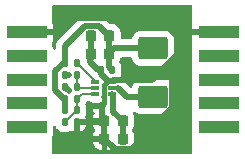
<source format=gbr>
%TF.GenerationSoftware,KiCad,Pcbnew,9.0.1*%
%TF.CreationDate,2025-04-30T15:54:22+02:00*%
%TF.ProjectId,board,626f6172-642e-46b6-9963-61645f706362,rev?*%
%TF.SameCoordinates,Original*%
%TF.FileFunction,Copper,L1,Top*%
%TF.FilePolarity,Positive*%
%FSLAX46Y46*%
G04 Gerber Fmt 4.6, Leading zero omitted, Abs format (unit mm)*
G04 Created by KiCad (PCBNEW 9.0.1) date 2025-04-30 15:54:22*
%MOMM*%
%LPD*%
G01*
G04 APERTURE LIST*
G04 Aperture macros list*
%AMRoundRect*
0 Rectangle with rounded corners*
0 $1 Rounding radius*
0 $2 $3 $4 $5 $6 $7 $8 $9 X,Y pos of 4 corners*
0 Add a 4 corners polygon primitive as box body*
4,1,4,$2,$3,$4,$5,$6,$7,$8,$9,$2,$3,0*
0 Add four circle primitives for the rounded corners*
1,1,$1+$1,$2,$3*
1,1,$1+$1,$4,$5*
1,1,$1+$1,$6,$7*
1,1,$1+$1,$8,$9*
0 Add four rect primitives between the rounded corners*
20,1,$1+$1,$2,$3,$4,$5,0*
20,1,$1+$1,$4,$5,$6,$7,0*
20,1,$1+$1,$6,$7,$8,$9,0*
20,1,$1+$1,$8,$9,$2,$3,0*%
G04 Aperture macros list end*
%TA.AperFunction,SMDPad,CuDef*%
%ADD10RoundRect,0.250000X1.000000X-0.700000X1.000000X0.700000X-1.000000X0.700000X-1.000000X-0.700000X0*%
%TD*%
%TA.AperFunction,SMDPad,CuDef*%
%ADD11RoundRect,0.140000X0.140000X0.170000X-0.140000X0.170000X-0.140000X-0.170000X0.140000X-0.170000X0*%
%TD*%
%TA.AperFunction,SMDPad,CuDef*%
%ADD12RoundRect,0.135000X0.135000X0.185000X-0.135000X0.185000X-0.135000X-0.185000X0.135000X-0.185000X0*%
%TD*%
%TA.AperFunction,SMDPad,CuDef*%
%ADD13RoundRect,0.225000X0.225000X0.250000X-0.225000X0.250000X-0.225000X-0.250000X0.225000X-0.250000X0*%
%TD*%
%TA.AperFunction,SMDPad,CuDef*%
%ADD14RoundRect,0.135000X-0.135000X-0.185000X0.135000X-0.185000X0.135000X0.185000X-0.135000X0.185000X0*%
%TD*%
%TA.AperFunction,SMDPad,CuDef*%
%ADD15R,3.500000X1.000000*%
%TD*%
%TA.AperFunction,SMDPad,CuDef*%
%ADD16RoundRect,0.087500X0.250000X0.087500X-0.250000X0.087500X-0.250000X-0.087500X0.250000X-0.087500X0*%
%TD*%
%TA.AperFunction,ViaPad*%
%ADD17C,0.500000*%
%TD*%
%TA.AperFunction,Conductor*%
%ADD18C,0.500000*%
%TD*%
%TA.AperFunction,Conductor*%
%ADD19C,0.400000*%
%TD*%
%TA.AperFunction,Conductor*%
%ADD20C,0.200000*%
%TD*%
G04 APERTURE END LIST*
D10*
%TO.P,L1,1*%
%TO.N,/buck/sw*%
X153050000Y-97960000D03*
%TO.P,L1,2*%
%TO.N,/buck/3.3V*%
X153050000Y-93860000D03*
%TD*%
D11*
%TO.P,C58,1*%
%TO.N,/buck/3.3V*%
X149600000Y-95700000D03*
%TO.P,C58,2*%
%TO.N,GND*%
X148640000Y-95700000D03*
%TD*%
D12*
%TO.P,R14,1*%
%TO.N,Net-(U7-FB)*%
X146620000Y-99100000D03*
%TO.P,R14,2*%
%TO.N,/buck/3.3V*%
X145600000Y-99100000D03*
%TD*%
D13*
%TO.P,C3,1*%
%TO.N,/buck/Vin*%
X150500000Y-100000000D03*
%TO.P,C3,2*%
%TO.N,GND*%
X148950000Y-100000000D03*
%TD*%
%TO.P,C6,1*%
%TO.N,/buck/3.3V*%
X149350000Y-94300000D03*
%TO.P,C6,2*%
%TO.N,GND*%
X147800000Y-94300000D03*
%TD*%
D14*
%TO.P,R2,1*%
%TO.N,GND*%
X145580000Y-96100000D03*
%TO.P,R2,2*%
%TO.N,/buck/EN*%
X146600000Y-96100000D03*
%TD*%
D12*
%TO.P,R13,1*%
%TO.N,Net-(U7-FB)*%
X146620000Y-98100000D03*
%TO.P,R13,2*%
%TO.N,/buck/3.3V*%
X145600000Y-98100000D03*
%TD*%
D15*
%TO.P,J1,1,GND*%
%TO.N,GND*%
X142350000Y-92500000D03*
%TO.P,J1,2,NC*%
%TO.N,unconnected-(J1-NC-Pad2)*%
X142350000Y-94500000D03*
%TO.P,J1,3,NC*%
%TO.N,unconnected-(J1-NC-Pad3)*%
X142350000Y-96500000D03*
%TO.P,J1,4,NC*%
%TO.N,unconnected-(J1-NC-Pad4)*%
X142350000Y-98500000D03*
%TO.P,J1,5,NC*%
%TO.N,unconnected-(J1-NC-Pad5)*%
X142350000Y-100500000D03*
%TD*%
D12*
%TO.P,R57,1*%
%TO.N,GND*%
X146620000Y-100100000D03*
%TO.P,R57,2*%
%TO.N,Net-(U7-FB)*%
X145600000Y-100100000D03*
%TD*%
D13*
%TO.P,C2,1*%
%TO.N,/buck/Vin*%
X150500000Y-101500000D03*
%TO.P,C2,2*%
%TO.N,GND*%
X148950000Y-101500000D03*
%TD*%
D15*
%TO.P,J2,1,GND*%
%TO.N,GND*%
X158650000Y-92500000D03*
%TO.P,J2,2,NC*%
%TO.N,unconnected-(J2-NC-Pad2)*%
X158650000Y-94500000D03*
%TO.P,J2,3,NC*%
%TO.N,unconnected-(J2-NC-Pad3)*%
X158650000Y-96500000D03*
%TO.P,J2,4,NC*%
%TO.N,unconnected-(J2-NC-Pad4)*%
X158650000Y-98500000D03*
%TO.P,J2,5,NC*%
%TO.N,unconnected-(J2-NC-Pad5)*%
X158650000Y-100500000D03*
%TD*%
D16*
%TO.P,U7,1,VIN*%
%TO.N,/buck/Vin*%
X149600000Y-97700000D03*
%TO.P,U7,2,SW*%
%TO.N,/buck/sw*%
X149600000Y-97200000D03*
%TO.P,U7,3,GND*%
%TO.N,GND*%
X149600000Y-96700000D03*
%TO.P,U7,4,PG*%
%TO.N,/buck/PG*%
X148175000Y-96700000D03*
%TO.P,U7,5,EN*%
%TO.N,/buck/EN*%
X148175000Y-97200000D03*
%TO.P,U7,6,FB*%
%TO.N,Net-(U7-FB)*%
X148175000Y-97700000D03*
%TD*%
D13*
%TO.P,C5,1*%
%TO.N,/buck/3.3V*%
X149350000Y-92800000D03*
%TO.P,C5,2*%
%TO.N,GND*%
X147800000Y-92800000D03*
%TD*%
D12*
%TO.P,R12,1*%
%TO.N,/buck/PG*%
X146620000Y-95100000D03*
%TO.P,R12,2*%
%TO.N,/buck/3.3V*%
X145600000Y-95100000D03*
%TD*%
%TO.P,R1,1*%
%TO.N,/buck/EN*%
X146620000Y-97100000D03*
%TO.P,R1,2*%
%TO.N,/buck/Vin*%
X145600000Y-97100000D03*
%TD*%
D11*
%TO.P,C4,1*%
%TO.N,/buck/Vin*%
X149700000Y-98700000D03*
%TO.P,C4,2*%
%TO.N,GND*%
X148740000Y-98700000D03*
%TD*%
D17*
%TO.N,/buck/Vin*%
X145972000Y-97422768D03*
X149700000Y-98200000D03*
%TO.N,GND*%
X144900000Y-90600000D03*
X155900000Y-102400000D03*
X151800000Y-99700000D03*
X147800000Y-93500000D03*
X147200000Y-100100000D03*
X147700000Y-100700000D03*
X148740000Y-99400000D03*
X155900000Y-99700000D03*
X148965001Y-96334999D03*
X145953000Y-96120240D03*
X156000000Y-97000000D03*
X150000000Y-90500000D03*
X149575000Y-102125000D03*
X151200000Y-96572000D03*
X147900000Y-102400000D03*
X150800000Y-92700000D03*
X152300000Y-102400000D03*
X147700000Y-95000000D03*
X144900000Y-102400000D03*
X148934500Y-98000000D03*
X156100000Y-92500000D03*
X145000000Y-92500000D03*
X150700000Y-95000000D03*
X150500000Y-96572000D03*
X154350000Y-95550000D03*
X156000000Y-90600000D03*
%TO.N,/buck/3.3V*%
X151000000Y-93860000D03*
%TD*%
D18*
%TO.N,/buck/Vin*%
X145949232Y-97400000D02*
X145972000Y-97422768D01*
X149700000Y-97853000D02*
X149600000Y-97753000D01*
X145600000Y-97100000D02*
X145900000Y-97400000D01*
X149700000Y-98200000D02*
X149700000Y-97853000D01*
X149700000Y-98700000D02*
X149700000Y-98200000D01*
X149700000Y-99200000D02*
X150500000Y-100000000D01*
X150500000Y-100000000D02*
X150500000Y-101500000D01*
X149700000Y-98700000D02*
X149700000Y-99200000D01*
X145900000Y-97400000D02*
X145949232Y-97400000D01*
%TO.N,GND*%
X148950000Y-100000000D02*
X148950000Y-101500000D01*
D19*
X148934500Y-98000000D02*
X148934500Y-96937970D01*
D18*
X145932760Y-96100000D02*
X145953000Y-96120240D01*
X149277001Y-96647000D02*
X149600000Y-96647000D01*
X148400000Y-95700000D02*
X147700000Y-95000000D01*
D19*
X148934500Y-96937970D02*
X149225470Y-96647000D01*
D18*
X158650000Y-92500000D02*
X156100000Y-92500000D01*
X155300000Y-92500000D02*
X155300000Y-94205054D01*
X148640000Y-95700000D02*
X148400000Y-95700000D01*
X148740000Y-98700000D02*
X148740000Y-99400000D01*
X147800000Y-92800000D02*
X147800000Y-93500000D01*
X148950000Y-101500000D02*
X149575000Y-102125000D01*
X148640000Y-95700000D02*
X148640000Y-96009999D01*
X154152527Y-95352527D02*
X152933054Y-96572000D01*
X147800000Y-93500000D02*
X147800000Y-94300000D01*
X147700000Y-95000000D02*
X147700000Y-94400000D01*
D19*
X149225470Y-96647000D02*
X149277001Y-96647000D01*
D18*
X149575000Y-102125000D02*
X149803000Y-102353000D01*
X148640000Y-96009999D02*
X148965001Y-96334999D01*
X149675000Y-96572000D02*
X149600000Y-96647000D01*
X154350000Y-95550000D02*
X154152527Y-95352527D01*
X145580000Y-96100000D02*
X145932760Y-96100000D01*
X155300000Y-92500000D02*
X154119000Y-91319000D01*
X148965001Y-96334999D02*
X149277001Y-96647000D01*
X147200000Y-100100000D02*
X148850000Y-100100000D01*
X154678000Y-95878000D02*
X154350000Y-95550000D01*
X148740000Y-99400000D02*
X148740000Y-99790000D01*
X151200000Y-96572000D02*
X150500000Y-96572000D01*
D19*
X148740000Y-98700000D02*
X148934500Y-98505500D01*
D18*
X148850000Y-100100000D02*
X148950000Y-100000000D01*
X154678000Y-98927054D02*
X154678000Y-95878000D01*
X146620000Y-100100000D02*
X147200000Y-100100000D01*
X142350000Y-92500000D02*
X145000000Y-92500000D01*
X155300000Y-94205054D02*
X154152527Y-95352527D01*
X147700000Y-94400000D02*
X147800000Y-94300000D01*
X156100000Y-92500000D02*
X155300000Y-92500000D01*
X152933054Y-96572000D02*
X151200000Y-96572000D01*
X151252054Y-102353000D02*
X154678000Y-98927054D01*
X146181000Y-91319000D02*
X145000000Y-92500000D01*
X148740000Y-99790000D02*
X148950000Y-100000000D01*
X150500000Y-96572000D02*
X149675000Y-96572000D01*
D19*
X148934500Y-98505500D02*
X148934500Y-98000000D01*
D18*
X149803000Y-102353000D02*
X151252054Y-102353000D01*
X154119000Y-91319000D02*
X146181000Y-91319000D01*
%TO.N,/buck/3.3V*%
X145600000Y-98100000D02*
X145550768Y-98100000D01*
X148497000Y-91947000D02*
X149350000Y-92800000D01*
X153050000Y-93860000D02*
X151000000Y-93860000D01*
X151000000Y-93860000D02*
X149790000Y-93860000D01*
X149350000Y-94300000D02*
X149350000Y-95450000D01*
X147318994Y-91947000D02*
X148497000Y-91947000D01*
X149350000Y-95450000D02*
X149600000Y-95700000D01*
X149790000Y-93860000D02*
X149350000Y-94300000D01*
X145600000Y-95100000D02*
X145600000Y-93665994D01*
X145550768Y-98100000D02*
X144800000Y-97349232D01*
X149350000Y-92800000D02*
X149350000Y-94300000D01*
X144800000Y-97349232D02*
X144800000Y-95800000D01*
X145600000Y-93665994D02*
X147318994Y-91947000D01*
X145600000Y-99100000D02*
X145600000Y-98100000D01*
X145500000Y-95100000D02*
X145600000Y-95100000D01*
X144800000Y-95800000D02*
X145500000Y-95100000D01*
%TO.N,/buck/sw*%
X153050000Y-97960000D02*
X150858240Y-97960000D01*
X150858240Y-97960000D02*
X150098240Y-97200000D01*
D20*
%TO.N,/buck/EN*%
X146720000Y-97200000D02*
X146620000Y-97100000D01*
X146600000Y-96100000D02*
X146600000Y-97080000D01*
X148175000Y-97200000D02*
X146720000Y-97200000D01*
X146600000Y-97080000D02*
X146620000Y-97100000D01*
%TO.N,/buck/PG*%
X148175000Y-96655000D02*
X146620000Y-95100000D01*
X148175000Y-96700000D02*
X148175000Y-96655000D01*
%TO.N,Net-(U7-FB)*%
X146600000Y-99100000D02*
X145600000Y-100100000D01*
X146620000Y-99100000D02*
X146600000Y-99100000D01*
X147020000Y-97700000D02*
X146620000Y-98100000D01*
X146620000Y-98100000D02*
X146620000Y-99100000D01*
X148175000Y-97700000D02*
X147020000Y-97700000D01*
%TD*%
%TA.AperFunction,Conductor*%
%TO.N,GND*%
G36*
X156343039Y-90220185D02*
G01*
X156388794Y-90272989D01*
X156400000Y-90324500D01*
X156400000Y-91870358D01*
X156399290Y-91883613D01*
X156392000Y-91951418D01*
X156392000Y-93048581D01*
X156399290Y-93116388D01*
X156400000Y-93129643D01*
X156400000Y-93867931D01*
X156398242Y-93883023D01*
X156398840Y-93883088D01*
X156391500Y-93951345D01*
X156391500Y-95048654D01*
X156398840Y-95116914D01*
X156398240Y-95116978D01*
X156400000Y-95132069D01*
X156400000Y-95867931D01*
X156398242Y-95883023D01*
X156398840Y-95883088D01*
X156391500Y-95951345D01*
X156391500Y-97048654D01*
X156398840Y-97116914D01*
X156398240Y-97116978D01*
X156400000Y-97132069D01*
X156400000Y-97867931D01*
X156398242Y-97883023D01*
X156398840Y-97883088D01*
X156391500Y-97951345D01*
X156391500Y-99048654D01*
X156398840Y-99116914D01*
X156398240Y-99116978D01*
X156400000Y-99132069D01*
X156400000Y-99867931D01*
X156398242Y-99883023D01*
X156398840Y-99883088D01*
X156391500Y-99951345D01*
X156391500Y-101048654D01*
X156398840Y-101116914D01*
X156398240Y-101116978D01*
X156400000Y-101132069D01*
X156400000Y-102675500D01*
X156380315Y-102742539D01*
X156327511Y-102788294D01*
X156276000Y-102799500D01*
X144624000Y-102799500D01*
X144556961Y-102779815D01*
X144511206Y-102727011D01*
X144500000Y-102675500D01*
X144500000Y-101798322D01*
X148000001Y-101798322D01*
X148010144Y-101897607D01*
X148063452Y-102058481D01*
X148063457Y-102058492D01*
X148152424Y-102202728D01*
X148152427Y-102202732D01*
X148272267Y-102322572D01*
X148272271Y-102322575D01*
X148416507Y-102411542D01*
X148416518Y-102411547D01*
X148577393Y-102464855D01*
X148676683Y-102474999D01*
X148700000Y-102474998D01*
X148700000Y-101750000D01*
X148000001Y-101750000D01*
X148000001Y-101798322D01*
X144500000Y-101798322D01*
X144500000Y-101355454D01*
X144512683Y-101300822D01*
X144517785Y-101290424D01*
X144550889Y-101246204D01*
X144567497Y-101201677D01*
X148000000Y-101201677D01*
X148000000Y-101250000D01*
X148700000Y-101250000D01*
X148700000Y-100250000D01*
X148000001Y-100250000D01*
X148000001Y-100298322D01*
X148010144Y-100397607D01*
X148063452Y-100558481D01*
X148063457Y-100558492D01*
X148141429Y-100684903D01*
X148159870Y-100752295D01*
X148141429Y-100815097D01*
X148063457Y-100941507D01*
X148063452Y-100941518D01*
X148010144Y-101102393D01*
X148000000Y-101201677D01*
X144567497Y-101201677D01*
X144601989Y-101109201D01*
X144605591Y-101075692D01*
X144608499Y-101048654D01*
X144608500Y-101048637D01*
X144608500Y-100514702D01*
X144628185Y-100447663D01*
X144680989Y-100401908D01*
X144750147Y-100391964D01*
X144813703Y-100420989D01*
X144851477Y-100479767D01*
X144869731Y-100542596D01*
X144881269Y-100562105D01*
X144952492Y-100682538D01*
X144952498Y-100682546D01*
X145067453Y-100797501D01*
X145067457Y-100797504D01*
X145067459Y-100797506D01*
X145207404Y-100880269D01*
X145259447Y-100895389D01*
X145363526Y-100925627D01*
X145363528Y-100925627D01*
X145363534Y-100925629D01*
X145400011Y-100928500D01*
X145799988Y-100928499D01*
X145836466Y-100925629D01*
X145992596Y-100880269D01*
X146055227Y-100843228D01*
X146122951Y-100826045D01*
X146181470Y-100843228D01*
X146230805Y-100872404D01*
X146370000Y-100912844D01*
X146370000Y-100912843D01*
X146870000Y-100912843D01*
X147009194Y-100872404D01*
X147147285Y-100790738D01*
X147147294Y-100790731D01*
X147260731Y-100677294D01*
X147260738Y-100677285D01*
X147342406Y-100539191D01*
X147342407Y-100539188D01*
X147387166Y-100385128D01*
X147387167Y-100385122D01*
X147389931Y-100350000D01*
X146870000Y-100350000D01*
X146870000Y-100912843D01*
X146370000Y-100912843D01*
X146370000Y-100423488D01*
X146370286Y-100415065D01*
X146371193Y-100401732D01*
X146375629Y-100386466D01*
X146378500Y-100349989D01*
X146378499Y-100233410D01*
X146398183Y-100166372D01*
X146414813Y-100145734D01*
X146424235Y-100136312D01*
X146485558Y-100102832D01*
X146511910Y-100100000D01*
X146620000Y-100100000D01*
X146620000Y-100052499D01*
X146639685Y-99985460D01*
X146692489Y-99939705D01*
X146744000Y-99928499D01*
X146819978Y-99928499D01*
X146819988Y-99928499D01*
X146856466Y-99925629D01*
X147012596Y-99880269D01*
X147034580Y-99867267D01*
X147097700Y-99850000D01*
X147389931Y-99850000D01*
X147387167Y-99814877D01*
X147387166Y-99814871D01*
X147342408Y-99660814D01*
X147341282Y-99658211D01*
X147341008Y-99655993D01*
X147340230Y-99653315D01*
X147340662Y-99653189D01*
X147332721Y-99588868D01*
X147348355Y-99545832D01*
X147350269Y-99542596D01*
X147395629Y-99386466D01*
X147398500Y-99349989D01*
X147398499Y-98950000D01*
X147961210Y-98950000D01*
X147962854Y-98970910D01*
X148007968Y-99126195D01*
X148092201Y-99268624D01*
X148109384Y-99336348D01*
X148091008Y-99396841D01*
X148063457Y-99441509D01*
X148063452Y-99441518D01*
X148010144Y-99602393D01*
X148000000Y-99701677D01*
X148000000Y-99750000D01*
X148700000Y-99750000D01*
X148700000Y-99640000D01*
X148614000Y-99640000D01*
X148546961Y-99620315D01*
X148501206Y-99567511D01*
X148490000Y-99516000D01*
X148490000Y-98950000D01*
X147961210Y-98950000D01*
X147398499Y-98950000D01*
X147398499Y-98850012D01*
X147395629Y-98813534D01*
X147350269Y-98657404D01*
X147350267Y-98657402D01*
X147347171Y-98650245D01*
X147350070Y-98648990D01*
X147336466Y-98595432D01*
X147341759Y-98563882D01*
X147346087Y-98549667D01*
X147350269Y-98542596D01*
X147392521Y-98397160D01*
X147392759Y-98396382D01*
X147411509Y-98367835D01*
X147429912Y-98339019D01*
X147430663Y-98338673D01*
X147431117Y-98337983D01*
X147462333Y-98324100D01*
X147493384Y-98309813D01*
X147494672Y-98309719D01*
X147494958Y-98309592D01*
X147495425Y-98309664D01*
X147511382Y-98308500D01*
X147600717Y-98308500D01*
X147648169Y-98317938D01*
X147769413Y-98368160D01*
X147857207Y-98379718D01*
X147921104Y-98407984D01*
X147932078Y-98418486D01*
X147961209Y-98450000D01*
X148616000Y-98450000D01*
X148683039Y-98469685D01*
X148728794Y-98522489D01*
X148740000Y-98574000D01*
X148740000Y-98700000D01*
X148787500Y-98700000D01*
X148854539Y-98719685D01*
X148900294Y-98772489D01*
X148911500Y-98824000D01*
X148911500Y-98935490D01*
X148914393Y-98972249D01*
X148914395Y-98972260D01*
X148936576Y-99048605D01*
X148941500Y-99083200D01*
X148941500Y-99274709D01*
X148970647Y-99421239D01*
X148970649Y-99421247D01*
X149027509Y-99558520D01*
X149027826Y-99559284D01*
X149068605Y-99620315D01*
X149110835Y-99683517D01*
X149110836Y-99683518D01*
X149163680Y-99736361D01*
X149197166Y-99797684D01*
X149200000Y-99824043D01*
X149200000Y-102474999D01*
X149223308Y-102474999D01*
X149223322Y-102474998D01*
X149322607Y-102464855D01*
X149483481Y-102411547D01*
X149483492Y-102411542D01*
X149627728Y-102322575D01*
X149627732Y-102322572D01*
X149631309Y-102318996D01*
X149692632Y-102285511D01*
X149762324Y-102290495D01*
X149806671Y-102318996D01*
X149816959Y-102329284D01*
X149816963Y-102329287D01*
X149962890Y-102419297D01*
X149962893Y-102419298D01*
X149962899Y-102419302D01*
X150125664Y-102473236D01*
X150226128Y-102483500D01*
X150226133Y-102483500D01*
X150773867Y-102483500D01*
X150773872Y-102483500D01*
X150874336Y-102473236D01*
X151037101Y-102419302D01*
X151183040Y-102329285D01*
X151304285Y-102208040D01*
X151394302Y-102062101D01*
X151448236Y-101899336D01*
X151458500Y-101798872D01*
X151458500Y-101201128D01*
X151448236Y-101100664D01*
X151394302Y-100937899D01*
X151318555Y-100815095D01*
X151300115Y-100747706D01*
X151318556Y-100684903D01*
X151394302Y-100562101D01*
X151448236Y-100399336D01*
X151458500Y-100298872D01*
X151458500Y-99701128D01*
X151448236Y-99600664D01*
X151394302Y-99437899D01*
X151370288Y-99398967D01*
X151351848Y-99331577D01*
X151372770Y-99264913D01*
X151426411Y-99220143D01*
X151495742Y-99211481D01*
X151558750Y-99241677D01*
X151563508Y-99246190D01*
X151576348Y-99259030D01*
X151727262Y-99352115D01*
X151895574Y-99407887D01*
X151999455Y-99418500D01*
X154100544Y-99418499D01*
X154204426Y-99407887D01*
X154372738Y-99352115D01*
X154523652Y-99259030D01*
X154649030Y-99133652D01*
X154742115Y-98982738D01*
X154797887Y-98814426D01*
X154808500Y-98710545D01*
X154808499Y-97209456D01*
X154797887Y-97105574D01*
X154742115Y-96937262D01*
X154649030Y-96786348D01*
X154523652Y-96660970D01*
X154411664Y-96591895D01*
X154372740Y-96567886D01*
X154372735Y-96567884D01*
X154204427Y-96512113D01*
X154100545Y-96501500D01*
X151999462Y-96501500D01*
X151999446Y-96501501D01*
X151895572Y-96512113D01*
X151727264Y-96567884D01*
X151727259Y-96567886D01*
X151576346Y-96660971D01*
X151450971Y-96786346D01*
X151357886Y-96937259D01*
X151357884Y-96937264D01*
X151309192Y-97084207D01*
X151269419Y-97141652D01*
X151204903Y-97168475D01*
X151136127Y-97156160D01*
X151103805Y-97132884D01*
X150581758Y-96610836D01*
X150581754Y-96610833D01*
X150475620Y-96539916D01*
X150430815Y-96486304D01*
X150425385Y-96466740D01*
X150424483Y-96466982D01*
X150422380Y-96459135D01*
X150363182Y-96316217D01*
X150338714Y-96284331D01*
X150313519Y-96219162D01*
X150327556Y-96150717D01*
X150330339Y-96145753D01*
X150339894Y-96129597D01*
X150385606Y-95972254D01*
X150388500Y-95935484D01*
X150388500Y-95464516D01*
X150385606Y-95427746D01*
X150339894Y-95270403D01*
X150256488Y-95129371D01*
X150256486Y-95129369D01*
X150256483Y-95129365D01*
X150216317Y-95089199D01*
X150182832Y-95027876D01*
X150187816Y-94958184D01*
X150198455Y-94936428D01*
X150244302Y-94862101D01*
X150280171Y-94753851D01*
X150296858Y-94703496D01*
X150336631Y-94646051D01*
X150401146Y-94619228D01*
X150414564Y-94618500D01*
X150925294Y-94618500D01*
X151074706Y-94618500D01*
X151181313Y-94618500D01*
X151248352Y-94638185D01*
X151294107Y-94690989D01*
X151299762Y-94708072D01*
X151299983Y-94707999D01*
X151357884Y-94882735D01*
X151357886Y-94882740D01*
X151393142Y-94939898D01*
X151450970Y-95033652D01*
X151576348Y-95159030D01*
X151727262Y-95252115D01*
X151895574Y-95307887D01*
X151999455Y-95318500D01*
X154100544Y-95318499D01*
X154204426Y-95307887D01*
X154372738Y-95252115D01*
X154523652Y-95159030D01*
X154649030Y-95033652D01*
X154742115Y-94882738D01*
X154797887Y-94714426D01*
X154808500Y-94610545D01*
X154808499Y-93109456D01*
X154797887Y-93005574D01*
X154742115Y-92837262D01*
X154649030Y-92686348D01*
X154523652Y-92560970D01*
X154372738Y-92467885D01*
X154372735Y-92467884D01*
X154204427Y-92412113D01*
X154100545Y-92401500D01*
X151999462Y-92401500D01*
X151999446Y-92401501D01*
X151895572Y-92412113D01*
X151727264Y-92467884D01*
X151727259Y-92467886D01*
X151576346Y-92560971D01*
X151450971Y-92686346D01*
X151357886Y-92837259D01*
X151357884Y-92837264D01*
X151299983Y-93012001D01*
X151298248Y-93011426D01*
X151269283Y-93064891D01*
X151208071Y-93098578D01*
X151181313Y-93101500D01*
X150432500Y-93101500D01*
X150365461Y-93081815D01*
X150319706Y-93029011D01*
X150308500Y-92977500D01*
X150308500Y-92501133D01*
X150308499Y-92501120D01*
X150298236Y-92400664D01*
X150244302Y-92237899D01*
X150244298Y-92237893D01*
X150244297Y-92237890D01*
X150154287Y-92091963D01*
X150154284Y-92091959D01*
X150033040Y-91970715D01*
X150033036Y-91970712D01*
X149887109Y-91880702D01*
X149887103Y-91880699D01*
X149887101Y-91880698D01*
X149724336Y-91826764D01*
X149623879Y-91816500D01*
X149623872Y-91816500D01*
X149490543Y-91816500D01*
X149423504Y-91796815D01*
X149402862Y-91780181D01*
X148980518Y-91357836D01*
X148980517Y-91357835D01*
X148918399Y-91316330D01*
X148856284Y-91274826D01*
X148718247Y-91217649D01*
X148718239Y-91217647D01*
X148644976Y-91203074D01*
X148571709Y-91188500D01*
X148571706Y-91188500D01*
X147244288Y-91188500D01*
X147244286Y-91188500D01*
X147097753Y-91217647D01*
X147097743Y-91217650D01*
X146959713Y-91274823D01*
X146835476Y-91357835D01*
X145010835Y-93182476D01*
X144951797Y-93270835D01*
X144951796Y-93270836D01*
X144927830Y-93306701D01*
X144927822Y-93306716D01*
X144870650Y-93444743D01*
X144870647Y-93444753D01*
X144841500Y-93591285D01*
X144841500Y-93845665D01*
X144839068Y-93853944D01*
X144840355Y-93862480D01*
X144829372Y-93886964D01*
X144821815Y-93912704D01*
X144815293Y-93918354D01*
X144811761Y-93926231D01*
X144789284Y-93940892D01*
X144769011Y-93958459D01*
X144760469Y-93959687D01*
X144753240Y-93964403D01*
X144726408Y-93964584D01*
X144699853Y-93968403D01*
X144692002Y-93964817D01*
X144683372Y-93964876D01*
X144660703Y-93950523D01*
X144636297Y-93939378D01*
X144630086Y-93931139D01*
X144624339Y-93927501D01*
X144612822Y-93908240D01*
X144605057Y-93897939D01*
X144602064Y-93891502D01*
X144601989Y-93890799D01*
X144550889Y-93753796D01*
X144516998Y-93708523D01*
X144511557Y-93696819D01*
X144508196Y-93674520D01*
X144500316Y-93653392D01*
X144500000Y-93644545D01*
X144500000Y-93354621D01*
X144519685Y-93287582D01*
X144524733Y-93280310D01*
X144550444Y-93245964D01*
X144601493Y-93109097D01*
X144607999Y-93048581D01*
X144608000Y-93048580D01*
X144608000Y-91951420D01*
X144607999Y-91951418D01*
X144601493Y-91890902D01*
X144550446Y-91754038D01*
X144550443Y-91754033D01*
X144524733Y-91719688D01*
X144500316Y-91654223D01*
X144500000Y-91645378D01*
X144500000Y-90324500D01*
X144519685Y-90257461D01*
X144572489Y-90211706D01*
X144624000Y-90200500D01*
X156276000Y-90200500D01*
X156343039Y-90220185D01*
G37*
%TD.AperFunction*%
%TA.AperFunction,Conductor*%
G36*
X147993039Y-92819685D02*
G01*
X148038794Y-92872489D01*
X148050000Y-92924000D01*
X148050000Y-94176000D01*
X148030315Y-94243039D01*
X147977511Y-94288794D01*
X147926000Y-94300000D01*
X147674000Y-94300000D01*
X147606961Y-94280315D01*
X147561206Y-94227511D01*
X147550000Y-94176000D01*
X147550000Y-92924000D01*
X147569685Y-92856961D01*
X147622489Y-92811206D01*
X147674000Y-92800000D01*
X147926000Y-92800000D01*
X147993039Y-92819685D01*
G37*
%TD.AperFunction*%
%TD*%
M02*

</source>
